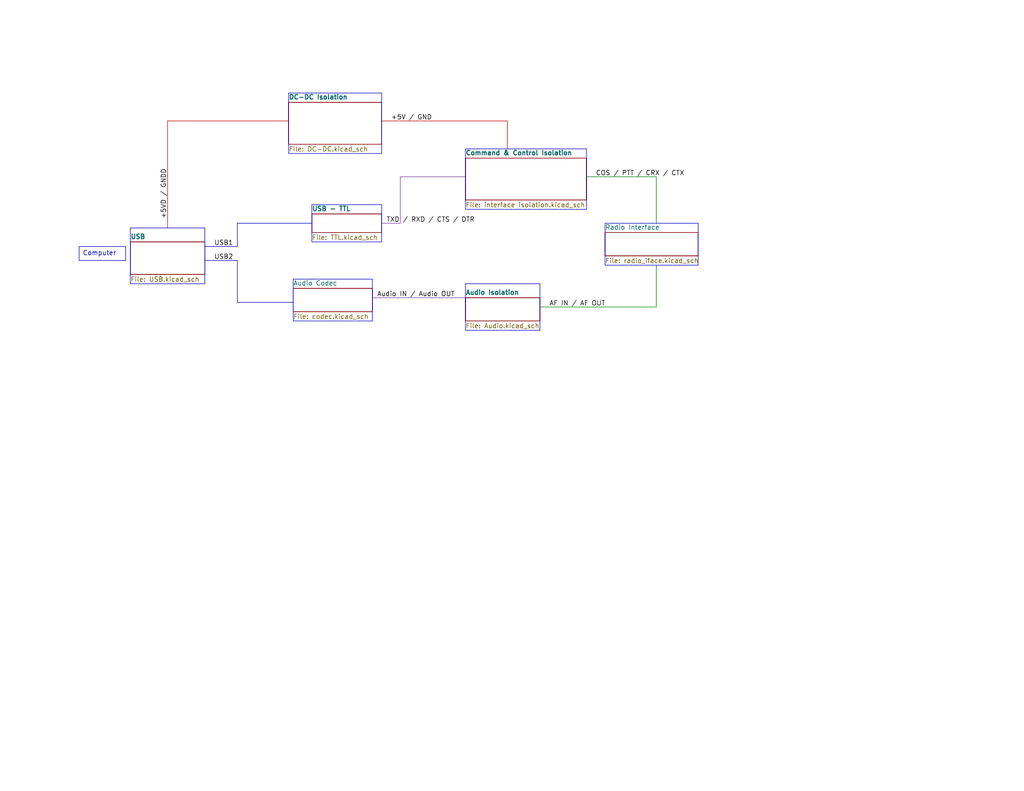
<source format=kicad_sch>
(kicad_sch
	(version 20250114)
	(generator "eeschema")
	(generator_version "9.0")
	(uuid "a0d4bcf6-6cac-4e92-853e-9083f008b231")
	(paper "USLetter")
	(title_block
		(title "Digital Modes - Radio Interface")
		(rev "0.96")
		(company "VA7DBI")
	)
	(lib_symbols)
	(text_box "Computer"
		(exclude_from_sim no)
		(at 21.59 67.31 0)
		(size 12.7 3.81)
		(margins 0.9525 0.9525 0.9525 0.9525)
		(stroke
			(width 0)
			(type default)
		)
		(fill
			(type none)
		)
		(effects
			(font
				(size 1.27 1.27)
			)
			(justify left top)
		)
		(uuid "0b25ca34-3b20-4f94-b1e7-31200e71963b")
	)
	(text_box ""
		(exclude_from_sim no)
		(at 127 40.64 0)
		(size 33.02 16.51)
		(margins 0.9525 0.9525 0.9525 0.9525)
		(stroke
			(width 0)
			(type default)
		)
		(fill
			(type none)
		)
		(effects
			(font
				(size 1.27 1.27)
			)
			(justify left top)
		)
		(uuid "37ff0235-3b14-4f50-8790-feb3fc5c5f10")
	)
	(text_box ""
		(exclude_from_sim no)
		(at 165.1 60.96 0)
		(size 25.4 11.43)
		(margins 0.9525 0.9525 0.9525 0.9525)
		(stroke
			(width 0)
			(type default)
		)
		(fill
			(type none)
		)
		(effects
			(font
				(size 1.27 1.27)
			)
			(justify left top)
		)
		(uuid "40411ff3-79c4-4a9b-a37d-6ba2f5911cfc")
	)
	(text_box ""
		(exclude_from_sim no)
		(at 127 77.47 0)
		(size 20.32 12.7)
		(margins 0.9525 0.9525 0.9525 0.9525)
		(stroke
			(width 0)
			(type default)
		)
		(fill
			(type none)
		)
		(effects
			(font
				(size 1.27 1.27)
			)
			(justify left top)
		)
		(uuid "444e3787-eed4-4092-a428-f1d0539531c0")
	)
	(text_box "\n"
		(exclude_from_sim no)
		(at 35.56 62.23 0)
		(size 20.32 15.24)
		(margins 0.9525 0.9525 0.9525 0.9525)
		(stroke
			(width 0)
			(type default)
		)
		(fill
			(type none)
		)
		(effects
			(font
				(size 1.27 1.27)
			)
			(justify left top)
		)
		(uuid "54f3226e-7abc-4aae-acab-cda1dd8f4f6f")
	)
	(text_box ""
		(exclude_from_sim no)
		(at 80.01 76.2 0)
		(size 21.59 11.43)
		(margins 0.9525 0.9525 0.9525 0.9525)
		(stroke
			(width 0)
			(type default)
		)
		(fill
			(type none)
		)
		(effects
			(font
				(size 1.27 1.27)
			)
			(justify left top)
		)
		(uuid "6cb39331-aac8-4464-972f-8e75f2b0f739")
	)
	(text_box "\n"
		(exclude_from_sim no)
		(at 78.74 25.4 0)
		(size 25.4 16.51)
		(margins 0.9525 0.9525 0.9525 0.9525)
		(stroke
			(width 0)
			(type default)
		)
		(fill
			(type none)
		)
		(effects
			(font
				(size 1.27 1.27)
			)
			(justify left top)
		)
		(uuid "b1db22ed-5354-4498-91b1-5b896531cb19")
	)
	(text_box ""
		(exclude_from_sim no)
		(at 85.09 55.88 0)
		(size 19.05 10.16)
		(margins 0.9525 0.9525 0.9525 0.9525)
		(stroke
			(width 0)
			(type default)
		)
		(fill
			(type none)
		)
		(effects
			(font
				(size 1.27 1.27)
			)
			(justify left top)
		)
		(uuid "e5dee542-b479-4ef2-876e-bb5c7903b31d")
	)
	(polyline
		(pts
			(xy 78.74 33.02) (xy 45.72 33.02)
		)
		(stroke
			(width 0)
			(type default)
			(color 199 0 0 1)
		)
		(uuid "26e5ea3f-0a6f-48ad-9d0b-c0abb9d62f33")
	)
	(polyline
		(pts
			(xy 55.88 71.12) (xy 64.77 71.12)
		)
		(stroke
			(width 0)
			(type default)
		)
		(uuid "3492d5c0-16cc-4bf9-a157-adff162948f2")
	)
	(polyline
		(pts
			(xy 179.07 48.26) (xy 179.07 60.96)
		)
		(stroke
			(width 0)
			(type default)
			(color 0 134 0 1)
		)
		(uuid "37077a19-edb9-4d29-b1c1-f3e6ec5a21e8")
	)
	(polyline
		(pts
			(xy 45.72 33.02) (xy 45.72 62.23)
		)
		(stroke
			(width 0)
			(type default)
			(color 199 0 0 1)
		)
		(uuid "476c29e7-7006-4578-8d83-faa2aa1b3fb3")
	)
	(polyline
		(pts
			(xy 109.22 60.96) (xy 109.22 48.26)
		)
		(stroke
			(width 0)
			(type default)
			(color 124 62 160 1)
		)
		(uuid "4dedd5c4-03e6-4cf0-9826-b2b40397d8ec")
	)
	(polyline
		(pts
			(xy 64.77 82.55) (xy 80.01 82.55)
		)
		(stroke
			(width 0)
			(type default)
		)
		(uuid "5456713d-6393-4bd6-85c8-c9fe0661c779")
	)
	(polyline
		(pts
			(xy 109.22 48.26) (xy 127 48.26)
		)
		(stroke
			(width 0)
			(type default)
			(color 124 62 160 1)
		)
		(uuid "560fd61b-ea1f-4b7e-b199-786cd482fff3")
	)
	(polyline
		(pts
			(xy 64.77 67.31) (xy 64.77 60.96)
		)
		(stroke
			(width 0)
			(type default)
		)
		(uuid "62da1305-bacc-4bc9-bcbe-56b71314b2f2")
	)
	(polyline
		(pts
			(xy 55.88 67.31) (xy 64.77 67.31)
		)
		(stroke
			(width 0)
			(type default)
		)
		(uuid "78edef98-cad2-4429-bc28-68f9e9265892")
	)
	(polyline
		(pts
			(xy 104.14 60.96) (xy 109.22 60.96)
		)
		(stroke
			(width 0)
			(type default)
			(color 124 62 160 1)
		)
		(uuid "8eda9c98-7661-4994-8545-35f596ac56cd")
	)
	(polyline
		(pts
			(xy 160.02 48.26) (xy 179.07 48.26)
		)
		(stroke
			(width 0)
			(type default)
			(color 0 134 0 1)
		)
		(uuid "8f8d9ef5-e231-4331-8bd1-d3210b532a3e")
	)
	(polyline
		(pts
			(xy 147.32 83.82) (xy 179.07 83.82)
		)
		(stroke
			(width 0)
			(type default)
			(color 0 134 0 1)
		)
		(uuid "a38eb6dc-a5bc-41cc-8c75-7908949e2182")
	)
	(polyline
		(pts
			(xy 138.43 33.02) (xy 138.43 40.64)
		)
		(stroke
			(width 0)
			(type default)
			(color 199 0 0 1)
		)
		(uuid "a8abdb73-e185-48b6-b4ae-032cb22be3f4")
	)
	(polyline
		(pts
			(xy 179.07 72.39) (xy 179.07 83.82)
		)
		(stroke
			(width 0)
			(type default)
			(color 0 134 0 1)
		)
		(uuid "ba79c2bc-a37b-41ad-a0ce-95dcdf9185c7")
	)
	(polyline
		(pts
			(xy 101.6 81.28) (xy 127 81.28)
		)
		(stroke
			(width 0)
			(type default)
			(color 124 62 160 1)
		)
		(uuid "bcc0e6c2-9266-46e3-ae1a-6c784f45f8a6")
	)
	(polyline
		(pts
			(xy 127 81.28) (xy 127 82.55)
		)
		(stroke
			(width 0)
			(type default)
		)
		(uuid "cb1435f1-9def-4682-9e3d-b67973822570")
	)
	(polyline
		(pts
			(xy 64.77 71.12) (xy 64.77 82.55)
		)
		(stroke
			(width 0)
			(type default)
		)
		(uuid "dac092b3-c048-4960-ad44-cd8bdc15dbcc")
	)
	(polyline
		(pts
			(xy 64.77 60.96) (xy 85.09 60.96)
		)
		(stroke
			(width 0)
			(type default)
		)
		(uuid "f23e74d1-2f50-4b5d-882e-45ceca3d519c")
	)
	(polyline
		(pts
			(xy 104.14 33.02) (xy 138.43 33.02)
		)
		(stroke
			(width 0)
			(type default)
			(color 199 0 0 1)
		)
		(uuid "f4d08d8f-be26-48c7-b7f5-d3917876097a")
	)
	(label "AF IN {slash} AF OUT"
		(at 149.86 83.82 0)
		(effects
			(font
				(size 1.27 1.27)
			)
			(justify left bottom)
		)
		(uuid "0da30699-ff88-40e2-b75a-0f6203ae2c66")
	)
	(label "+5V {slash} GND"
		(at 106.68 33.02 0)
		(effects
			(font
				(size 1.27 1.27)
			)
			(justify left bottom)
		)
		(uuid "406a78d3-0e4a-4689-a68c-ddbb0be580e8")
	)
	(label "+5VD {slash} GNDD"
		(at 45.72 59.69 90)
		(effects
			(font
				(size 1.27 1.27)
			)
			(justify left bottom)
		)
		(uuid "40b97596-4ee2-4144-84c7-67da9326e6c5")
	)
	(label "USB1"
		(at 58.42 67.31 0)
		(effects
			(font
				(size 1.27 1.27)
			)
			(justify left bottom)
		)
		(uuid "6a3d2163-a433-4469-b476-c4396b947c98")
	)
	(label "TXD {slash} RXD {slash} CTS {slash} DTR"
		(at 105.41 60.96 0)
		(effects
			(font
				(size 1.27 1.27)
			)
			(justify left bottom)
		)
		(uuid "742733e6-ae57-4ecf-9290-dc05ab983518")
	)
	(label "USB2"
		(at 58.42 71.12 0)
		(effects
			(font
				(size 1.27 1.27)
			)
			(justify left bottom)
		)
		(uuid "a013f349-1fb5-43ef-a899-a00490a66353")
	)
	(label "Audio IN {slash} Audio OUT"
		(at 102.87 81.28 0)
		(effects
			(font
				(size 1.27 1.27)
			)
			(justify left bottom)
		)
		(uuid "e3cbc0ae-795e-426b-814e-e54eb6ed5163")
	)
	(label "COS {slash} PTT {slash} CRX {slash} CTX"
		(at 162.56 48.26 0)
		(effects
			(font
				(size 1.27 1.27)
			)
			(justify left bottom)
		)
		(uuid "e70a7a56-27b0-4be3-956f-baf965e61264")
	)
	(sheet
		(at 35.56 66.04)
		(size 20.32 8.89)
		(exclude_from_sim no)
		(in_bom yes)
		(on_board yes)
		(dnp no)
		(stroke
			(width 0.1524)
			(type solid)
		)
		(fill
			(color 0 0 0 0.0000)
		)
		(uuid "09c555a5-1bba-40e9-8ff5-2458ce056329")
		(property "Sheetname" "USB"
			(at 35.56 65.3284 0)
			(effects
				(font
					(size 1.27 1.27)
					(bold yes)
				)
				(justify left bottom)
			)
		)
		(property "Sheetfile" "USB.kicad_sch"
			(at 35.56 75.5146 0)
			(effects
				(font
					(size 1.27 1.27)
				)
				(justify left top)
			)
		)
		(instances
			(project "digital-mode-radio-interface"
				(path "/a0d4bcf6-6cac-4e92-853e-9083f008b231"
					(page "2")
				)
			)
		)
	)
	(sheet
		(at 127 43.18)
		(size 33.02 11.43)
		(exclude_from_sim no)
		(in_bom yes)
		(on_board yes)
		(dnp no)
		(fields_autoplaced yes)
		(stroke
			(width 0.1524)
			(type solid)
		)
		(fill
			(color 0 0 0 0.0000)
		)
		(uuid "5be03843-bf2f-4035-a78f-735620bc1a32")
		(property "Sheetname" "Command & Control Isolation"
			(at 127 42.4684 0)
			(effects
				(font
					(size 1.27 1.27)
					(bold yes)
				)
				(justify left bottom)
			)
		)
		(property "Sheetfile" "interface isolation.kicad_sch"
			(at 127 55.1946 0)
			(effects
				(font
					(size 1.27 1.27)
				)
				(justify left top)
			)
		)
		(instances
			(project "digital-mode-radio-interface"
				(path "/a0d4bcf6-6cac-4e92-853e-9083f008b231"
					(page "5")
				)
			)
		)
	)
	(sheet
		(at 80.01 78.74)
		(size 21.59 6.35)
		(exclude_from_sim no)
		(in_bom yes)
		(on_board yes)
		(dnp no)
		(fields_autoplaced yes)
		(stroke
			(width 0.1524)
			(type solid)
		)
		(fill
			(color 0 0 0 0.0000)
		)
		(uuid "6f837d65-f274-4a4b-8cdc-594a0aab134b")
		(property "Sheetname" "Audio Codec"
			(at 80.01 78.0284 0)
			(effects
				(font
					(size 1.27 1.27)
				)
				(justify left bottom)
			)
		)
		(property "Sheetfile" "codec.kicad_sch"
			(at 80.01 85.6746 0)
			(effects
				(font
					(size 1.27 1.27)
				)
				(justify left top)
			)
		)
		(instances
			(project "digital-mode-radio-interface"
				(path "/a0d4bcf6-6cac-4e92-853e-9083f008b231"
					(page "7")
				)
			)
		)
	)
	(sheet
		(at 85.09 58.42)
		(size 19.05 5.08)
		(exclude_from_sim no)
		(in_bom yes)
		(on_board yes)
		(dnp no)
		(stroke
			(width 0.1524)
			(type solid)
		)
		(fill
			(color 0 0 0 0.0000)
		)
		(uuid "74e4e8e2-a92b-448e-a5b4-a60ebc3dca8a")
		(property "Sheetname" "USB - TTL"
			(at 85.09 57.7084 0)
			(effects
				(font
					(size 1.27 1.27)
					(bold yes)
				)
				(justify left bottom)
			)
		)
		(property "Sheetfile" "TTL.kicad_sch"
			(at 85.09 64.0846 0)
			(effects
				(font
					(size 1.27 1.27)
				)
				(justify left top)
			)
		)
		(instances
			(project "digital-mode-radio-interface"
				(path "/a0d4bcf6-6cac-4e92-853e-9083f008b231"
					(page "4")
				)
			)
		)
	)
	(sheet
		(at 127 81.28)
		(size 20.32 6.35)
		(exclude_from_sim no)
		(in_bom yes)
		(on_board yes)
		(dnp no)
		(fields_autoplaced yes)
		(stroke
			(width 0.1524)
			(type solid)
		)
		(fill
			(color 0 0 0 0.0000)
		)
		(uuid "a62d7506-fe91-4265-bb9c-b5dde38a678b")
		(property "Sheetname" "Audio Isolation"
			(at 127 80.5684 0)
			(effects
				(font
					(size 1.27 1.27)
					(bold yes)
				)
				(justify left bottom)
			)
		)
		(property "Sheetfile" "Audio.kicad_sch"
			(at 127 88.2146 0)
			(effects
				(font
					(size 1.27 1.27)
				)
				(justify left top)
			)
		)
		(instances
			(project "digital-mode-radio-interface"
				(path "/a0d4bcf6-6cac-4e92-853e-9083f008b231"
					(page "6")
				)
			)
		)
	)
	(sheet
		(at 78.74 27.94)
		(size 25.4 11.43)
		(exclude_from_sim no)
		(in_bom yes)
		(on_board yes)
		(dnp no)
		(fields_autoplaced yes)
		(stroke
			(width 0.1524)
			(type solid)
		)
		(fill
			(color 0 0 0 0.0000)
		)
		(uuid "aacc300d-671a-4923-bc80-280628078a5d")
		(property "Sheetname" "DC-DC Isolation"
			(at 78.74 27.2284 0)
			(effects
				(font
					(size 1.27 1.27)
					(bold yes)
				)
				(justify left bottom)
			)
		)
		(property "Sheetfile" "DC-DC.kicad_sch"
			(at 78.74 39.9546 0)
			(effects
				(font
					(size 1.27 1.27)
				)
				(justify left top)
			)
		)
		(instances
			(project "digital-mode-radio-interface"
				(path "/a0d4bcf6-6cac-4e92-853e-9083f008b231"
					(page "3")
				)
			)
		)
	)
	(sheet
		(at 165.1 63.5)
		(size 25.4 6.35)
		(exclude_from_sim no)
		(in_bom yes)
		(on_board yes)
		(dnp no)
		(fields_autoplaced yes)
		(stroke
			(width 0.1524)
			(type solid)
		)
		(fill
			(color 0 0 0 0.0000)
		)
		(uuid "f540b09a-309c-40a1-a17d-7db164519b80")
		(property "Sheetname" "Radio Interface"
			(at 165.1 62.7884 0)
			(effects
				(font
					(size 1.27 1.27)
				)
				(justify left bottom)
			)
		)
		(property "Sheetfile" "radio_iface.kicad_sch"
			(at 165.1 70.4346 0)
			(effects
				(font
					(size 1.27 1.27)
				)
				(justify left top)
			)
		)
		(instances
			(project "digital-mode-radio-interface"
				(path "/a0d4bcf6-6cac-4e92-853e-9083f008b231"
					(page "8")
				)
			)
		)
	)
	(sheet_instances
		(path "/"
			(page "1")
		)
	)
	(embedded_fonts no)
)

</source>
